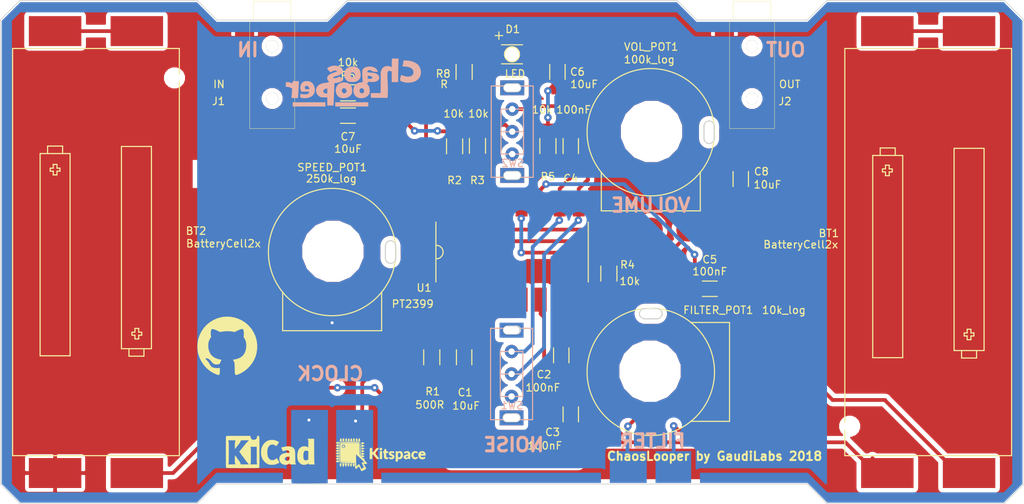
<source format=kicad_pcb>
(kicad_pcb (version 4) (host pcbnew 4.0.7-e2-6376~58~ubuntu16.04.1)
  (layers (0 F.Cu signal) (31 B.Cu signal) (34 B.Paste user) (35 F.Paste user) (36 B.SilkS user) (37 F.SilkS user) (38 B.Mask user) (39 F.Mask user) (44 Edge.Cuts user))
  (net 0 "")
  (net 1 GND)
  (net 2 "Net-(C6-Pad2)")
  (net 3 "Net-(C6-Pad1)")
  (net 4 "Net-(C7-Pad2)")
  (net 5 "Net-(C7-Pad1)")
  (net 6 "Net-(C8-Pad1)")
  (net 7 "Net-(C8-Pad2)")
  (net 8 "Net-(J1-Pad2)")
  (net 9 "Net-(J2-Pad2)")
  (net 10 "Net-(BT1-Pad2)")
  (net 11 "Net-(BT2-Pad2)")
  (net 12 "Net-(C5-Pad1)")
  (net 13 "Net-(R1-Pad1)")
  (net 14 "Net-(R4-Pad2)")
  (net 15 "Net-(C1-Pad1)")
  (net 16 "Net-(C2-Pad2)")
  (net 17 "Net-(C3-Pad2)")
  (net 18 "Net-(C4-Pad1)")
  (net 19 "Net-(C4-Pad2)")
  (net 20 "Net-(C5-Pad2)")
  (net 21 "Net-(R1-Pad2)")
  (net 22 "Net-(R2-Pad2)")
  (net 23 "Net-(R3-Pad2)")
  (net 24 "Net-(BT1-Pad1)")
  (net 25 VCC)
  (net 26 "Net-(D1-Pad2)")
  (net 27 "Net-(SW2-Pad3)")
  (net 28 "Net-(U1-Pad5)")
  (net 29 "Net-(SW1-Pad3)")
  (net 30 "Net-(FILTER_POT1-Pad2)")
  (net 31 "Net-(BT1-Pad3)")
  (module Capacitors_SMD:C_1206_HandSoldering (layer F.Cu) (at 133.604 114.046 270)
    (fp_text reference C1 (at 4.699 -0.127 360) (layer F.SilkS))
    (fp_text value 10uF (at 6.477 -0.254 360) (layer F.SilkS))
    (pad 2 smd rect (at 2 0 270) (size 2 1.6) (layers F.Cu F.Paste F.Mask) (net 1 GND))
    (pad 1 smd rect (at -2 0 270) (size 2 1.6) (layers F.Cu F.Paste F.Mask) (net 15 "Net-(C1-Pad1)"))
  )
  (module Capacitors_SMD:C_1206_HandSoldering (layer F.Cu) (at 146.558 113.792 90)
    (fp_text reference C2 (at -2.558 -2.308 180) (layer F.SilkS))
    (fp_text value 100nF (at -4.308 -2.458 180) (layer F.SilkS))
    (pad 1 smd rect (at -2 0 90) (size 2 1.6) (layers F.Cu F.Paste F.Mask) (net 1 GND))
    (pad 2 smd rect (at 2 0 90) (size 2 1.6) (layers F.Cu F.Paste F.Mask) (net 16 "Net-(C2-Pad2)"))
  )
  (module Capacitors_SMD:C_1206_HandSoldering (layer F.Cu) (at 147.828 121.666 90)
    (fp_text reference C3 (at -2.384 -2.428 180) (layer F.SilkS))
    (fp_text value 100nF (at -4.184 -3.478 180) (layer F.SilkS))
    (pad 1 smd rect (at -2 0 90) (size 2 1.6) (layers F.Cu F.Paste F.Mask) (net 1 GND))
    (pad 2 smd rect (at 2 0 90) (size 2 1.6) (layers F.Cu F.Paste F.Mask) (net 17 "Net-(C3-Pad2)"))
  )
  (module Capacitors_SMD:C_1206_HandSoldering (layer F.Cu) (at 147.828 85.852 270)
    (fp_text reference C4 (at 4.318 0 360) (layer F.SilkS))
    (fp_text value 100nF (at -4.852 -0.372 360) (layer F.SilkS))
    (pad 1 smd rect (at -2 0 270) (size 2 1.6) (layers F.Cu F.Paste F.Mask) (net 18 "Net-(C4-Pad1)"))
    (pad 2 smd rect (at 2 0 270) (size 2 1.6) (layers F.Cu F.Paste F.Mask) (net 19 "Net-(C4-Pad2)"))
  )
  (module Capacitors_SMD:C_1206_HandSoldering (layer F.Cu) (at 166.37 104.902 180)
    (fp_text reference C5 (at 0 3.902 180) (layer F.SilkS))
    (fp_text value 100nF (at 0 2.3 180) (layer F.SilkS))
    (pad 2 smd rect (at 2 0 180) (size 2 1.6) (layers F.Cu F.Paste F.Mask) (net 20 "Net-(C5-Pad2)"))
    (pad 1 smd rect (at -2 0 180) (size 2 1.6) (layers F.Cu F.Paste F.Mask) (net 12 "Net-(C5-Pad1)"))
  )
  (module Capacitors_SMD:C_1206_HandSoldering (layer F.Cu) (at 146.05 75.946 270)
    (fp_text reference C6 (at 0 -2.667 360) (layer F.SilkS))
    (fp_text value 10uF (at 1.651 -3.556 360) (layer F.SilkS))
    (pad 2 smd rect (at 2 0 270) (size 2 1.6) (layers F.Cu F.Paste F.Mask) (net 2 "Net-(C6-Pad2)"))
    (pad 1 smd rect (at -2 0 270) (size 2 1.6) (layers F.Cu F.Paste F.Mask) (net 3 "Net-(C6-Pad1)"))
  )
  (module Capacitors_SMD:C_1206_HandSoldering (layer F.Cu) (at 118.11 81.788)
    (fp_text reference C7 (at 0 2.794) (layer F.SilkS))
    (fp_text value 10uF (at 0 4.445) (layer F.SilkS))
    (pad 2 smd rect (at 2 0) (size 2 1.6) (layers F.Cu F.Paste F.Mask) (net 4 "Net-(C7-Pad2)"))
    (pad 1 smd rect (at -2 0) (size 2 1.6) (layers F.Cu F.Paste F.Mask) (net 5 "Net-(C7-Pad1)"))
  )
  (module Capacitors_SMD:C_1206_HandSoldering (layer F.Cu) (at 170.5 90.25 270)
    (fp_text reference C8 (at -1 -2.75 360) (layer F.SilkS))
    (fp_text value 10uF (at 0.75 -3.556 360) (layer F.SilkS))
    (pad 1 smd rect (at -2 0 270) (size 2 1.6) (layers F.Cu F.Paste F.Mask) (net 6 "Net-(C8-Pad1)"))
    (pad 2 smd rect (at 2 0 270) (size 2 1.6) (layers F.Cu F.Paste F.Mask) (net 7 "Net-(C8-Pad2)"))
  )
  (module Resistors_SMD:R_1206_HandSoldering (layer F.Cu) (at 129.286 114.046 270)
    (fp_text reference R1 (at 4.572 -0.127 360) (layer F.SilkS))
    (fp_text value 500R (at 6.35 0.254 360) (layer F.SilkS))
    (pad 2 smd rect (at 2 0 270) (size 2 1.7) (layers F.Cu F.Paste F.Mask) (net 21 "Net-(R1-Pad2)"))
    (pad 1 smd rect (at -2 0 270) (size 2 1.7) (layers F.Cu F.Paste F.Mask) (net 13 "Net-(R1-Pad1)"))
  )
  (module Resistors_SMD:R_1206_HandSoldering (layer F.Cu) (at 132.334 85.884 270)
    (fp_text reference R2 (at 4.54 0 360) (layer F.SilkS))
    (fp_text value 10k (at -4.35 0.127 360) (layer F.SilkS))
    (pad 2 smd rect (at 2 0 270) (size 2 1.7) (layers F.Cu F.Paste F.Mask) (net 22 "Net-(R2-Pad2)"))
    (pad 1 smd rect (at -2 0 270) (size 2 1.7) (layers F.Cu F.Paste F.Mask) (net 3 "Net-(C6-Pad1)"))
  )
  (module Resistors_SMD:R_1206_HandSoldering (layer F.Cu) (at 135.382 85.82 270)
    (fp_text reference R3 (at 4.604 0 360) (layer F.SilkS))
    (fp_text value 10k (at -4.286 -0.127 360) (layer F.SilkS))
    (pad 1 smd rect (at -2 0 270) (size 2 1.7) (layers F.Cu F.Paste F.Mask) (net 3 "Net-(C6-Pad1)"))
    (pad 2 smd rect (at 2 0 270) (size 2 1.7) (layers F.Cu F.Paste F.Mask) (net 23 "Net-(R3-Pad2)"))
  )
  (module Resistors_SMD:R_1206_HandSoldering (layer F.Cu) (at 152.908 102.87 90)
    (fp_text reference R4 (at 1.17 2.492 180) (layer F.SilkS))
    (fp_text value 10k (at -1.03 2.792 180) (layer F.SilkS))
    (pad 1 smd rect (at -2 0 90) (size 2 1.7) (layers F.Cu F.Paste F.Mask) (net 30 "Net-(FILTER_POT1-Pad2)"))
    (pad 2 smd rect (at 2 0 90) (size 2 1.7) (layers F.Cu F.Paste F.Mask) (net 14 "Net-(R4-Pad2)"))
  )
  (module Resistors_SMD:R_1206_HandSoldering (layer F.Cu) (at 144.78 85.852 270)
    (fp_text reference R5 (at 4.064 0 360) (layer F.SilkS))
    (fp_text value 10k (at -4.852 0.78 360) (layer F.SilkS))
    (pad 1 smd rect (at -2 0 270) (size 2 1.7) (layers F.Cu F.Paste F.Mask) (net 2 "Net-(C6-Pad2)"))
    (pad 2 smd rect (at 2 0 270) (size 2 1.7) (layers F.Cu F.Paste F.Mask) (net 30 "Net-(FILTER_POT1-Pad2)"))
  )
  (module Resistors_SMD:R_1206_HandSoldering (layer F.Cu) (at 118.11 78.74)
    (fp_text reference R6 (at 0 -2.3) (layer F.SilkS))
    (fp_text value 10k (at 0 -4.064) (layer F.SilkS))
    (pad 1 smd rect (at -2 0) (size 2 1.7) (layers F.Cu F.Paste F.Mask) (net 4 "Net-(C7-Pad2)"))
    (pad 2 smd rect (at 2 0) (size 2 1.7) (layers F.Cu F.Paste F.Mask) (net 3 "Net-(C6-Pad1)"))
  )
  (module Resistors_SMD:R_1206_HandSoldering (layer F.Cu) (at 133.604 75.946 270)
    (fp_text reference R8 (at 0.254 2.794 360) (layer F.SilkS))
    (fp_text value R (at 1.651 2.667 360) (layer F.SilkS))
    (pad 1 smd rect (at -2 0 270) (size 2 1.7) (layers F.Cu F.Paste F.Mask) (net 26 "Net-(D1-Pad2)"))
    (pad 2 smd rect (at 2 0 270) (size 2 1.7) (layers F.Cu F.Paste F.Mask) (net 25 VCC))
  )
  (module GaudiLabsFootPrints:PLUG3_5_SwitchCraft_2B (layer F.Cu) (at 108 69)
    (fp_text reference J1 (at -7.15 10.87) (layer F.SilkS))
    (fp_text value IN (at -7.09 8.597) (layer F.SilkS))
    (pad 3 smd rect (at -3.575 11.7) (size 2.75 2.9) (layers F.Cu F.Paste F.Mask) (net 5 "Net-(C7-Pad1)"))
    (pad 1 smd rect (at -3.675 2.4) (size 2.55 2.4) (layers F.Cu F.Paste F.Mask) (net 1 GND))
    (pad 2 smd rect (at 3.675 4.3) (size 2.55 2.4) (layers F.Cu F.Paste F.Mask) (net 8 "Net-(J1-Pad2)"))
    (pad "" thru_hole circle (at 0 3.5) (size 1.6 1.6) (drill 1.6) (layers *.Cu *.Mask F.SilkS))
    (pad "" thru_hole circle (at 0 10.5) (size 1.6 1.6) (drill 1.6) (layers *.Cu *.Mask F.SilkS))
  )
  (module GaudiLabsFootPrints:PLUG3_5_SwitchCraft_2B (layer F.Cu) (at 172 69)
    (fp_text reference J2 (at 4.403 10.883) (layer F.SilkS))
    (fp_text value OUT (at 5.038 8.597) (layer F.SilkS))
    (pad 3 smd rect (at -3.575 11.7) (size 2.75 2.9) (layers F.Cu F.Paste F.Mask) (net 6 "Net-(C8-Pad1)"))
    (pad 1 smd rect (at -3.675 2.4) (size 2.55 2.4) (layers F.Cu F.Paste F.Mask) (net 1 GND))
    (pad 2 smd rect (at 3.675 4.3) (size 2.55 2.4) (layers F.Cu F.Paste F.Mask) (net 9 "Net-(J2-Pad2)"))
    (pad "" thru_hole circle (at 0 3.5) (size 1.6 1.6) (drill 1.6) (layers *.Cu *.Mask F.SilkS))
    (pad "" thru_hole circle (at 0 10.5) (size 1.6 1.6) (drill 1.6) (layers *.Cu *.Mask F.SilkS))
  )
  (module GaudiLabsFootPrints:DIL16_SMD (layer F.Cu) (at 140 100)
    (fp_text reference U1 (at -11.73 4.775) (layer F.SilkS))
    (fp_text value PT2399 (at -13.254 6.934) (layer F.SilkS))
    (pad 16 smd rect (at -8.89 -6.35) (size 1.6 3.2) (layers F.Cu F.Paste F.Mask) (net 22 "Net-(R2-Pad2)"))
    (pad 15 smd rect (at -6.35 -6.35) (size 1.6 3.2) (layers F.Cu F.Paste F.Mask) (net 23 "Net-(R3-Pad2)"))
    (pad 14 smd rect (at -3.81 -6.35) (size 1.6 3.2) (layers F.Cu F.Paste F.Mask) (net 7 "Net-(C8-Pad2)"))
    (pad 13 smd rect (at -1.27 -6.35) (size 1.6 3.2) (layers F.Cu F.Paste F.Mask) (net 14 "Net-(R4-Pad2)"))
    (pad 12 smd rect (at 1.27 -6.35) (size 1.6 3.2) (layers F.Cu F.Paste F.Mask) (net 30 "Net-(FILTER_POT1-Pad2)"))
    (pad 11 smd rect (at 3.81 -6.35) (size 1.6 3.2) (layers F.Cu F.Paste F.Mask) (net 20 "Net-(C5-Pad2)"))
    (pad 10 smd rect (at 6.35 -6.35) (size 1.6 3.2) (layers F.Cu F.Paste F.Mask) (net 19 "Net-(C4-Pad2)"))
    (pad 9 smd rect (at 8.89 -6.35) (size 1.6 3.2) (layers F.Cu F.Paste F.Mask) (net 18 "Net-(C4-Pad1)"))
    (pad 8 smd rect (at 8.89 6.35) (size 1.6 3.2) (layers F.Cu F.Paste F.Mask) (net 17 "Net-(C3-Pad2)"))
    (pad 7 smd rect (at 6.35 6.35) (size 1.6 3.2) (layers F.Cu F.Paste F.Mask) (net 16 "Net-(C2-Pad2)"))
    (pad 6 smd rect (at 3.81 6.35) (size 1.6 3.2) (layers F.Cu F.Paste F.Mask) (net 21 "Net-(R1-Pad2)"))
    (pad 5 smd rect (at 1.27 6.35) (size 1.6 3.2) (layers F.Cu F.Paste F.Mask) (net 28 "Net-(U1-Pad5)"))
    (pad 4 smd rect (at -1.27 6.35) (size 1.6 3.2) (layers F.Cu F.Paste F.Mask) (net 1 GND))
    (pad 3 smd rect (at -3.81 6.35) (size 1.6 3.2) (layers F.Cu F.Paste F.Mask) (net 1 GND))
    (pad 1 smd rect (at -8.89 6.35) (size 1.6 3.2) (layers F.Cu F.Paste F.Mask) (net 25 VCC))
    (pad 2 smd rect (at -6.35 6.35) (size 1.6 3.2) (layers F.Cu F.Paste F.Mask) (net 15 "Net-(C1-Pad1)"))
  )
  (module GaudiLabsLogos:ChaosFront (layer B.Cu) (at 140.081 99.949 180)
    (fp_text reference G*** hide)
    (fp_text value LOGO hide)
  )
  (module GaudiLabsLogos:ChaosLogo (layer B.Cu) (at 118.999 77.47 180)
    (fp_text reference G*** hide)
    (fp_text value LOGO hide)
  )
  (module GaudiLabsFootPrints:TOPLED_R (layer F.Cu) (at 139.99 73.6 90)
    (fp_text reference D1 (at 3.35 0.1 180) (layer F.SilkS))
    (fp_text value LED (at -2.6 0.4 180) (layer F.SilkS))
    (pad 2 smd rect (at 0 -2.8 90) (size 2.6 2) (layers F.Cu F.Paste F.Mask) (net 26 "Net-(D1-Pad2)"))
    (pad 1 smd rect (at 0 2.8 90) (size 2.6 2) (layers F.Cu F.Paste F.Mask) (net 1 GND))
  )
  (module GaudiLabsFootPrints:SWITCH_SLIDE (layer B.Cu) (at 140.02 83.92 270)
    (fp_text reference SW2 (at 4.218 -0.061 360) (layer B.SilkS) (effects (justify mirror)))
    (fp_text value Switch)
    (pad "" thru_hole rect (at -5.85 0 180) (size 3.2 2) (drill oval 2.2 1) (layers *.Cu *.Mask))
    (pad "" thru_hole rect (at 5.85 0 180) (size 3.2 2) (drill oval 2.2 1) (layers *.Cu *.Mask))
    (pad 3 thru_hole circle (at 3 0 180) (size 1.8 1.8) (drill 0.85) (layers *.Cu *.Mask) (net 27 "Net-(SW2-Pad3)"))
    (pad 1 thru_hole circle (at -3 0 270) (size 1.8 1.8) (drill 0.85) (layers *.Cu *.Mask) (net 31 "Net-(BT1-Pad3)"))
    (pad 2 thru_hole circle (at 0 0 270) (size 1.8 1.8) (drill 0.85) (layers *.Cu *.Mask) (net 25 VCC))
  )
  (module GaudiLabsFootPrints:SWITCH_SLIDE (layer B.Cu) (at 139.93 116.28 270)
    (fp_text reference SW1 (at 4.218 -0.061 360) (layer B.SilkS) (effects (justify mirror)))
    (fp_text value Switch)
    (pad "" thru_hole rect (at -5.85 0 180) (size 3.2 2) (drill oval 2.2 1) (layers *.Cu *.Mask))
    (pad "" thru_hole rect (at 5.85 0 180) (size 3.2 2) (drill oval 2.2 1) (layers *.Cu *.Mask))
    (pad 3 thru_hole circle (at 3 0 180) (size 1.8 1.8) (drill 0.85) (layers *.Cu *.Mask) (net 29 "Net-(SW1-Pad3)"))
    (pad 1 thru_hole circle (at -3 0 270) (size 1.8 1.8) (drill 0.85) (layers *.Cu *.Mask) (net 19 "Net-(C4-Pad2)"))
    (pad 2 thru_hole circle (at 0 0 270) (size 1.8 1.8) (drill 0.85) (layers *.Cu *.Mask) (net 18 "Net-(C4-Pad1)"))
  )
  (module GaudiLabsLogos:ChaosFrame2 (layer F.Cu) (at 140 100)
    (fp_text reference G*** hide)
    (fp_text value LOGO hide)
    (fp_poly (pts (xy -40.724667 -32.046333) (xy -39.414382 -30.734) (xy -24.593618 -30.734) (xy -23.283333 -32.046333) (xy -21.973049 -33.358667) (xy 21.973049 -33.358667) (xy 23.283334 -32.046333) (xy 24.593618 -30.734) (xy 39.414382 -30.734) (xy 40.724667 -32.046334) (xy 42.034951 -33.358667) (xy 65.576451 -33.358667) (xy 66.824225 -32.108808) (xy 68.072 -30.85895) (xy 68.072 30.943616) (xy 66.824225 32.193475) (xy 65.576451 33.443333) (xy 42.034951 33.443333) (xy 40.724667 32.131) (xy 39.414382 30.818667) (xy 25.061334 30.818667) (xy 25.061334 29.464) (xy 39.414382 29.464) (xy 40.724667 30.776333) (xy 42.034951 32.088666) (xy 53.806913 32.088667) (xy 65.578875 32.088667) (xy 66.148104 31.515042) (xy 66.717334 30.941417) (xy 66.717334 -30.865542) (xy 65.570084 -32.004) (xy 42.034951 -32.004) (xy 40.724667 -30.691667) (xy 39.414382 -29.379333) (xy 24.593618 -29.379333) (xy 23.283334 -30.691667) (xy 21.973049 -32.004) (xy -21.874384 -32.004) (xy -23.196011 -30.691667) (xy -24.517639 -29.379333) (xy -39.414382 -29.379333) (xy -40.724667 -30.691667) (xy -42.034951 -32.004) (xy -65.578875 -32.004) (xy -66.148104 -31.430375) (xy -66.717333 -30.856751) (xy -66.717333 30.950208) (xy -66.143708 31.519437) (xy -65.570084 32.088667) (xy -42.034951 32.088667) (xy -40.724666 30.776333) (xy -39.414382 29.464) (xy -30.564666 29.464) (xy -30.564666 30.818667) (xy -39.414382 30.818667) (xy -40.724666 32.131) (xy -42.034951 33.443333) (xy -65.57645 33.443333) (xy -66.824225 32.193475) (xy -68.072 30.943616) (xy -68.072 -30.863117) (xy -66.822141 -32.110892) (xy -65.572283 -33.358667) (xy -42.034951 -33.358667) (xy -40.724667 -32.046333)) (layer B.Cu) (width 0.01))
    (fp_poly (pts (xy -24.595666 30.861) (xy -26.972096 30.883459) (xy -27.590253 30.887302) (xy -28.152626 30.886971) (xy -28.637124 30.882787) (xy -29.021658 30.87507) (xy -29.284135 30.864141) (xy -29.402467 30.850319) (xy -29.406263 30.848181) (xy -29.416852 30.755207) (xy -29.426813 30.508108) (xy -29.435967 30.122093) (xy -29.444137 29.612371) (xy -29.451143 28.99415) (xy -29.456806 28.282639) (xy -29.460948 27.493045) (xy -29.46339 26.640577) (xy -29.464 25.936222) (xy -29.464 21.082) (xy -24.551958 21.082) (xy -24.595666 30.861)) (layer B.Cu) (width 0.01))
    (fp_poly (pts (xy -18.542 30.818667) (xy -23.452666 30.818667) (xy -23.452666 21.082) (xy -18.542 21.082) (xy -18.542 30.818667)) (layer B.Cu) (width 0.01))
    (fp_poly (pts (xy 11.853334 30.818667) (xy -17.441333 30.818667) (xy -17.441333 29.464) (xy 11.853334 29.464) (xy 11.853334 30.818667)) (layer B.Cu) (width 0.01))
    (fp_poly (pts (xy 17.949334 30.818667) (xy 13.038667 30.818667) (xy 13.038667 26.585333) (xy 17.949334 26.585333) (xy 17.949334 30.818667)) (layer B.Cu) (width 0.01))
    (fp_poly (pts (xy 23.876 30.818667) (xy 19.134667 30.818667) (xy 19.134667 26.585333) (xy 23.876 26.585333) (xy 23.876 30.818667)) (layer B.Cu) (width 0.01))
  )
  (module GaudiLabsLogos:ChaosFrameM2 (layer F.Cu) (at 140 100)
    (fp_text reference G*** hide)
    (fp_text value LOGO hide)
  )
  (module GaudiLabsFootPrints:POTI_PCB (layer B.Cu) (at 158.5 116 270)
    (fp_text reference FILTER_POT1 (at -8.25 -9 360) (layer F.SilkS))
    (fp_text value 10k_log (at -8.25 -17.75 360) (layer F.SilkS))
    (pad 1 smd circle (at -5 -13 270) (size 3.2 3.2) (layers F.Cu F.Paste F.Mask) (net 12 "Net-(C5-Pad1)"))
    (pad 3 smd circle (at 5 -13 270) (size 3.2 3.2) (layers F.Cu F.Paste F.Mask) (net 30 "Net-(FILTER_POT1-Pad2)"))
    (pad 2 smd circle (at 0 -13 270) (size 3.2 3.2) (layers F.Cu F.Paste F.Mask) (net 30 "Net-(FILTER_POT1-Pad2)"))
    (pad "" np_thru_hole circle (at -0.1 0.1 270) (size 7 7) (drill 7) (layers *.Cu *.Mask))
  )
  (module GaudiLabsFootPrints:POTI_PCB (layer B.Cu) (at 116 100 180)
    (fp_text reference SPEED_POT1 (at 0 11.3 180) (layer F.SilkS))
    (fp_text value 250k_log (at 0.1 9.8 180) (layer F.SilkS))
    (pad 1 smd circle (at -5 -13 180) (size 3.2 3.2) (layers F.Cu F.Paste F.Mask) (net 13 "Net-(R1-Pad1)"))
    (pad 3 smd circle (at 5 -13 180) (size 3.2 3.2) (layers F.Cu F.Paste F.Mask) (net 1 GND))
    (pad 2 smd circle (at 0 -13 180) (size 3.2 3.2) (layers F.Cu F.Paste F.Mask) (net 1 GND))
    (pad "" np_thru_hole circle (at -0.1 0.1 180) (size 7 7) (drill 7) (layers *.Cu *.Mask))
  )
  (module GaudiLabsFootPrints:POTI_PCB (layer B.Cu) (at 158.5 84 180)
    (fp_text reference VOL_POT1 (at -0.05 11.4 180) (layer F.SilkS))
    (fp_text value 100k_log (at 0.2 9.7 180) (layer F.SilkS))
    (pad 1 smd circle (at -5 -13 180) (size 3.2 3.2) (layers F.Cu F.Paste F.Mask) (net 7 "Net-(C8-Pad2)"))
    (pad 3 smd circle (at 5 -13 180) (size 3.2 3.2) (layers F.Cu F.Paste F.Mask) (net 14 "Net-(R4-Pad2)"))
    (pad 2 smd circle (at 0 -13 180) (size 3.2 3.2) (layers F.Cu F.Paste F.Mask) (net 14 "Net-(R4-Pad2)"))
    (pad "" np_thru_hole circle (at -0.1 0.1 180) (size 7 7) (drill 7) (layers *.Cu *.Mask))
  )
  (module GaudiLabsFootPrints:BAT_HOLDER_AAA_DOUBLE (layer F.Cu) (at 195.5 100 90)
    (fp_text reference BT1 (at 2.5 -13.25 180) (layer F.SilkS))
    (fp_text value BatteryCell2x (at 1 -17 180) (layer F.SilkS))
    (pad 2 smd rect (at -29.5 -5.45 90) (size 4 7) (layers F.Cu F.Paste F.Mask) (net 10 "Net-(BT1-Pad2)"))
    (pad 1 smd rect (at 29.5 -5.45 90) (size 4 7) (layers F.Cu F.Paste F.Mask) (net 24 "Net-(BT1-Pad1)"))
    (pad 3 smd rect (at -29.5 5.45 90) (size 4 7) (layers F.Cu F.Paste F.Mask) (net 31 "Net-(BT1-Pad3)"))
    (pad 4 smd rect (at 29.5 5.45 90) (size 4 7) (layers F.Cu F.Paste F.Mask) (net 24 "Net-(BT1-Pad1)"))
    (pad "" np_thru_hole circle (at -23.25 -10.475 90) (size 1.6 1.6) (drill 1.6) (layers *.Cu *.Mask))
  )
  (module GaudiLabsFootPrints:BAT_HOLDER_AAA_DOUBLE (layer F.Cu) (at 84.5 100 270)
    (fp_text reference BT2 (at -2.82 -13.35 360) (layer F.SilkS))
    (fp_text value BatteryCell2x (at -1.13 -17 360) (layer F.SilkS))
    (pad 2 smd rect (at -29.5 -5.45 270) (size 4 7) (layers F.Cu F.Paste F.Mask) (net 11 "Net-(BT2-Pad2)"))
    (pad 1 smd rect (at 29.5 -5.45 270) (size 4 7) (layers F.Cu F.Paste F.Mask) (net 10 "Net-(BT1-Pad2)"))
    (pad 3 smd rect (at -29.5 5.45 270) (size 4 7) (layers F.Cu F.Paste F.Mask) (net 11 "Net-(BT2-Pad2)"))
    (pad 4 smd rect (at 29.5 5.45 270) (size 4 7) (layers F.Cu F.Paste F.Mask) (net 1 GND))
    (pad "" np_thru_hole circle (at -23.25 -10.475 270) (size 1.6 1.6) (drill 1.6) (layers *.Cu *.Mask))
  )
  (module GaudiLabsLogos:Kitspace2 (layer F.Cu) (at 123.25 127)
    (fp_text reference G*** hide)
    (fp_text value LOGO hide)
  )
  (module GaudiLabsLogos:GitHubCat (layer F.Cu) (at 102 112.5)
    (fp_text reference G*** hide)
    (fp_text value LOGO hide)
  )
  (module Symbols:Symbol_KiCAD-Logo_CopperAndSilkScreenTop (layer F.Cu) (at 107.75 126.5)
    (fp_text reference REF** hide)
    (fp_text value "KiCAD Logo" hide)
  )
  (gr_text NOISE (at 140.22 125.73) (layer B.SilkS) (effects (font (size 1.8 1.8) (thickness 0.4)) (justify mirror)))
  (gr_text gaudi.ch (at 102.75 89.5) (layer F.Cu) (effects (font (size 1.5 1.5) (thickness 0.3))))
  (gr_text CLOCK (at 115.75 116.25) (layer B.SilkS) (effects (font (size 1.8 1.8) (thickness 0.4)) (justify mirror)))
  (gr_text FILTER (at 158.75 125.25) (layer B.SilkS) (effects (font (size 1.8 1.8) (thickness 0.4)) (justify mirror)))
  (gr_text VOLUME (at 158.5 93.75) (layer B.SilkS) (effects (font (size 1.8 1.8) (thickness 0.4)) (justify mirror)))
  (gr_text IN (at 104.75 73) (layer B.SilkS) (effects (font (size 1.8 1.8) (thickness 0.4)) (justify mirror)))
  (gr_text OUT (at 176.5 73) (layer B.SilkS) (effects (font (size 1.8 1.8) (thickness 0.4)) (justify mirror)))
  (gr_arc (start 140.63472 78.05928) (end 140.59916 77.52588) (angle 186.9689177) (layer Edge.Cuts) (width 0.15))
  (gr_arc (start 139.4206 78.06944) (end 139.43584 78.60284) (angle 184.4521337) (layer Edge.Cuts) (width 0.15))
  (gr_line (start 139.45616 77.53604) (end 140.6144 77.52588) (layer Edge.Cuts) (width 0.15))
  (gr_line (start 140.59916 78.59776) (end 139.40028 78.60792) (layer Edge.Cuts) (width 0.15))
  (gr_line (start 140.59916 90.30716) (end 139.40028 90.31732) (layer Edge.Cuts) (width 0.15))
  (gr_line (start 139.45616 89.24544) (end 140.6144 89.23528) (layer Edge.Cuts) (width 0.15))
  (gr_arc (start 139.4206 89.77884) (end 139.43584 90.31224) (angle 184.4521337) (layer Edge.Cuts) (width 0.15))
  (gr_arc (start 140.63472 89.76868) (end 140.59916 89.23528) (angle 186.9689177) (layer Edge.Cuts) (width 0.15))
  (gr_arc (start 140.53312 122.10796) (end 140.49756 121.57456) (angle 186.9689177) (layer Edge.Cuts) (width 0.15))
  (gr_arc (start 139.319 122.11812) (end 139.33424 122.65152) (angle 184.4521337) (layer Edge.Cuts) (width 0.15))
  (gr_line (start 139.35456 121.58472) (end 140.5128 121.57456) (layer Edge.Cuts) (width 0.15))
  (gr_line (start 140.49756 122.64644) (end 139.29868 122.6566) (layer Edge.Cuts) (width 0.15))
  (gr_line (start 140.56868 110.94212) (end 139.3698 110.95228) (layer Edge.Cuts) (width 0.15))
  (gr_line (start 139.42568 109.8804) (end 140.58392 109.87024) (layer Edge.Cuts) (width 0.15))
  (gr_arc (start 139.39012 110.4138) (end 139.40536 110.9472) (angle 184.4521337) (layer Edge.Cuts) (width 0.15))
  (gr_arc (start 140.60424 110.40364) (end 140.56868 109.87024) (angle 186.9689177) (layer Edge.Cuts) (width 0.15))
  (gr_line (start 157.65526 107.56138) (end 159.33166 107.54106) (layer Edge.Cuts) (width 0.15))
  (gr_line (start 157.65526 108.91774) (end 159.33166 108.91774) (layer Edge.Cuts) (width 0.15))
  (gr_arc (start 159.327596 108.227115) (end 159.332676 107.546395) (angle 177.9474511) (layer Edge.Cuts) (width 0.15))
  (gr_arc (start 157.66542 108.23702) (end 157.66542 108.91266) (angle 177.9249736) (layer Edge.Cuts) (width 0.15))
  (gr_arc (start 123.78436 99.17176) (end 123.10872 99.17176) (angle 177.9249736) (layer Edge.Cuts) (width 0.15))
  (gr_arc (start 123.794265 100.833936) (end 124.474985 100.839016) (angle 177.9474511) (layer Edge.Cuts) (width 0.15))
  (gr_line (start 123.10364 99.1616) (end 123.10364 100.838) (layer Edge.Cuts) (width 0.15))
  (gr_line (start 124.46 99.1616) (end 124.48032 100.838) (layer Edge.Cuts) (width 0.15))
  (gr_line (start 166.95 83.165696) (end 166.961 84.842096) (layer Edge.Cuts) (width 0.15))
  (gr_line (start 165.599163 83.17484) (end 165.599163 84.85124) (layer Edge.Cuts) (width 0.15))
  (gr_arc (start 166.280465 84.830696) (end 166.961185 84.835776) (angle 177.9474511) (layer Edge.Cuts) (width 0.15))
  (gr_arc (start 166.274803 83.17484) (end 165.599163 83.17484) (angle 177.9249736) (layer Edge.Cuts) (width 0.15))
  (gr_text "ChaosLooper by GaudiLabs 2018" (at 167 127.25) (layer F.SilkS) (effects (font (size 1.15 1.15) (thickness 0.25))))
  (gr_line (start 98.001095 133.59819) (end 100.626091 130.97318) (layer Edge.Cuts) (width 0.1))
  (gr_line (start 74.376094 133.59819) (end 98.001095 133.59819) (layer Edge.Cuts) (width 0.1))
  (gr_line (start 71.751095 130.97318) (end 74.376094 133.59819) (layer Edge.Cuts) (width 0.1))
  (gr_line (start 71.751095 69.023183) (end 71.751095 130.97318) (layer Edge.Cuts) (width 0.1))
  (gr_line (start 74.376094 66.398184) (end 71.751095 69.023183) (layer Edge.Cuts) (width 0.1))
  (gr_line (start 98.001095 66.398184) (end 74.376094 66.398184) (layer Edge.Cuts) (width 0.1))
  (gr_line (start 100.626094 69.023183) (end 98.001095 66.398184) (layer Edge.Cuts) (width 0.1))
  (gr_line (start 115.37391 69.023183) (end 100.626094 69.023183) (layer Edge.Cuts) (width 0.1))
  (gr_line (start 118.026094 66.398184) (end 115.37391 69.023183) (layer Edge.Cuts) (width 0.1))
  (gr_line (start 162.00109 66.398184) (end 118.026094 66.398184) (layer Edge.Cuts) (width 0.1))
  (gr_line (start 164.62609 69.023183) (end 162.00109 66.398184) (layer Edge.Cuts) (width 0.1))
  (gr_line (start 179.3761 69.023183) (end 164.62609 69.023183) (layer Edge.Cuts) (width 0.1))
  (gr_line (start 182.00109 66.398184) (end 179.3761 69.023183) (layer Edge.Cuts) (width 0.1))
  (gr_line (start 205.62609 66.398184) (end 182.00109 66.398184) (layer Edge.Cuts) (width 0.1))
  (gr_line (start 208.25109 69.023183) (end 205.62609 66.398184) (layer Edge.Cuts) (width 0.1))
  (gr_line (start 208.2511 130.97318) (end 208.25109 69.023183) (layer Edge.Cuts) (width 0.1))
  (gr_line (start 205.6261 133.59819) (end 208.2511 130.97318) (layer Edge.Cuts) (width 0.1))
  (gr_line (start 182.0011 133.59819) (end 205.6261 133.59819) (layer Edge.Cuts) (width 0.1))
  (gr_line (start 179.3761 130.97318) (end 182.0011 133.59819) (layer Edge.Cuts) (width 0.1))
  (gr_line (start 100.626091 130.97318) (end 179.3761 130.97318) (layer Edge.Cuts) (width 0.1))
  (segment (start 112.903 122.428) (end 112.903 122.682) (width 0.5) (layer F.Cu) (net 1))
  (segment (start 112.903 120.904) (end 112.903 122.428) (width 0.5) (layer F.Cu) (net 1))
  (via (at 112.903 122.428) (size 1) (drill 0.4) (layers F.Cu B.Cu) (net 1))
  (segment (start 114.046 119.761) (end 112.903 120.904) (width 0.5) (layer F.Cu) (net 1))
  (segment (start 117.348 119.761) (end 114.046 119.761) (width 0.5) (layer F.Cu) (net 1))
  (segment (start 118.364 118.745) (end 117.348 119.761) (width 0.5) (layer F.Cu) (net 1))
  (segment (start 118.364 115.364) (end 118.364 118.745) (width 0.5) (layer F.Cu) (net 1))
  (segment (start 116 113) (end 118.364 115.364) (width 0.5) (layer F.Cu) (net 1))
  (segment (start 116 113) (end 116 109.44) (width 0.5) (layer F.Cu) (net 1))
  (via (at 116 109.44) (size 1) (drill 0.4) (layers F.Cu B.Cu) (net 1))
  (segment (start 144.78 83.852) (end 144.78 82.042) (width 0.5) (layer F.Cu) (net 2))
  (segment (start 144.78 78.486) (end 145.32 77.946) (width 0.5) (layer F.Cu) (net 2))
  (via (at 144.78 78.486) (size 1) (drill 0.4) (layers F.Cu B.Cu) (net 2))
  (segment (start 144.78 82.042) (end 144.78 78.486) (width 0.5) (layer B.Cu) (net 2))
  (via (at 144.78 82.042) (size 1) (drill 0.4) (layers F.Cu B.Cu) (net 2))
  (segment (start 145.32 77.946) (end 146.05 77.946) (width 0.5) (layer F.Cu) (net 2))
  (segment (start 132.334 83.884) (end 130.112 83.884) (width 0.5) (layer F.Cu) (net 3))
  (segment (start 125.84 82.66) (end 125.84 78.74) (width 0.5) (layer F.Cu) (net 3))
  (segment (start 127 83.82) (end 125.84 82.66) (width 0.5) (layer F.Cu) (net 3))
  (via (at 127 83.82) (size 1) (drill 0.4) (layers F.Cu B.Cu) (net 3))
  (segment (start 130.048 83.82) (end 127 83.82) (width 0.5) (layer B.Cu) (net 3))
  (via (at 130.048 83.82) (size 1) (drill 0.4) (layers F.Cu B.Cu) (net 3))
  (segment (start 130.112 83.884) (end 130.048 83.82) (width 0.5) (layer F.Cu) (net 3))
  (segment (start 130.556 71.374) (end 125.84 76.09) (width 0.5) (layer F.Cu) (net 3))
  (segment (start 146.05 73.946) (end 146.05 71.882) (width 0.5) (layer F.Cu) (net 3))
  (segment (start 146.05 71.882) (end 145.542 71.374) (width 0.5) (layer F.Cu) (net 3))
  (segment (start 145.542 71.374) (end 130.556 71.374) (width 0.5) (layer F.Cu) (net 3))
  (segment (start 125.84 76.09) (end 125.84 78.74) (width 0.5) (layer F.Cu) (net 3))
  (segment (start 125.84 78.74) (end 120.11 78.74) (width 0.5) (layer F.Cu) (net 3))
  (segment (start 135.382 83.82) (end 132.398 83.82) (width 0.5) (layer F.Cu) (net 3))
  (segment (start 132.398 83.82) (end 132.334 83.884) (width 0.5) (layer F.Cu) (net 3))
  (segment (start 116.11 78.74) (end 116.862 78.74) (width 0.5) (layer F.Cu) (net 4))
  (segment (start 116.862 78.74) (end 119.91 81.788) (width 0.5) (layer F.Cu) (net 4))
  (segment (start 119.91 81.788) (end 120.11 81.788) (width 0.5) (layer F.Cu) (net 4))
  (segment (start 116.11 81.788) (end 116.11 83.088) (width 0.5) (layer F.Cu) (net 5))
  (segment (start 113.6 85.598) (end 106.172 85.598) (width 0.5) (layer F.Cu) (net 5))
  (segment (start 116.11 83.088) (end 113.6 85.598) (width 0.5) (layer F.Cu) (net 5))
  (segment (start 106.172 85.598) (end 104.425 83.851) (width 0.5) (layer F.Cu) (net 5))
  (segment (start 104.425 83.851) (end 104.425 80.7) (width 0.5) (layer F.Cu) (net 5))
  (segment (start 168.425 82.925) (end 170.5 85) (width 0.5) (layer F.Cu) (net 6))
  (segment (start 170.5 85) (end 170.5 88.25) (width 0.5) (layer F.Cu) (net 6))
  (segment (start 168.425 80.7) (end 168.425 82.925) (width 0.5) (layer F.Cu) (net 6))
  (segment (start 170.5 92.25) (end 170.5 93.75) (width 0.5) (layer F.Cu) (net 7))
  (segment (start 170.5 93.75) (end 167.25 97) (width 0.5) (layer F.Cu) (net 7))
  (segment (start 167.25 97) (end 165.762741 97) (width 0.5) (layer F.Cu) (net 7))
  (segment (start 165.834 97) (end 165.762741 97) (width 0.5) (layer F.Cu) (net 7))
  (segment (start 165.762741 97) (end 163.5 97) (width 0.5) (layer F.Cu) (net 7))
  (segment (start 136.19 96.566) (end 136.19 93.65) (width 0.5) (layer F.Cu) (net 7))
  (segment (start 138.176 98.552) (end 136.19 96.566) (width 0.5) (layer F.Cu) (net 7))
  (segment (start 147.574 98.552) (end 138.176 98.552) (width 0.5) (layer F.Cu) (net 7))
  (segment (start 151.892 102.87) (end 147.574 98.552) (width 0.5) (layer F.Cu) (net 7))
  (segment (start 158.242 102.87) (end 151.892 102.87) (width 0.5) (layer F.Cu) (net 7))
  (segment (start 163.5 97.612) (end 158.242 102.87) (width 0.5) (layer F.Cu) (net 7))
  (segment (start 163.5 97) (end 163.5 97.612) (width 0.5) (layer F.Cu) (net 7))
  (segment (start 184.45 125.4) (end 188.55 129.5) (width 0.5) (layer F.Cu) (net 10))
  (segment (start 188.55 129.5) (end 190.05 129.5) (width 0.5) (layer F.Cu) (net 10))
  (segment (start 116.713 118.11) (end 106.18 118.11) (width 0.5) (layer F.Cu) (net 10))
  (segment (start 106.18 118.11) (end 96.782 127.508) (width 0.5) (layer F.Cu) (net 10))
  (segment (start 96.782 127.508) (end 96.774 127.508) (width 0.5) (layer F.Cu) (net 10))
  (segment (start 94.782 129.5) (end 89.95 129.5) (width 0.5) (layer F.Cu) (net 10))
  (segment (start 96.774 127.508) (end 94.782 129.5) (width 0.5) (layer F.Cu) (net 10))
  (segment (start 121.666 118.11) (end 116.713 118.11) (width 0.5) (layer B.Cu) (net 10))
  (via (at 116.713 118.11) (size 1) (drill 0.4) (layers F.Cu B.Cu) (net 10))
  (via (at 121.666 118.11) (size 1) (drill 0.4) (layers F.Cu B.Cu) (net 10))
  (segment (start 122.55 119.03) (end 122.55 118.994) (width 0.5) (layer F.Cu) (net 10))
  (segment (start 122.55 118.994) (end 121.666 118.11) (width 0.5) (layer F.Cu) (net 10))
  (segment (start 148.85 128.28) (end 151.73 125.4) (width 0.5) (layer F.Cu) (net 10))
  (segment (start 122.55 119.03) (end 131.8 128.28) (width 0.5) (layer F.Cu) (net 10))
  (segment (start 151.73 125.4) (end 184.45 125.4) (width 0.5) (layer F.Cu) (net 10))
  (segment (start 131.8 128.28) (end 148.85 128.28) (width 0.5) (layer F.Cu) (net 10))
  (segment (start 188.058 127.508) (end 190.05 129.5) (width 0.5) (layer F.Cu) (net 10))
  (segment (start 79.05 70.5) (end 89.95 70.5) (width 0.5) (layer F.Cu) (net 11))
  (segment (start 161.55 123.2) (end 161.55 127.1) (width 0.5) (layer B.Cu) (net 12))
  (segment (start 161.55 127.1) (end 161.4 127.25) (width 0.5) (layer B.Cu) (net 12))
  (segment (start 171.5 111) (end 172.85 111) (width 0.5) (layer F.Cu) (net 12))
  (segment (start 172.85 111) (end 174.5 112.65) (width 0.5) (layer F.Cu) (net 12))
  (segment (start 161.55 123.2) (end 161.45 123.3) (width 0.5) (layer B.Cu) (net 12))
  (via (at 161.55 123.2) (size 1) (drill 0.4) (layers F.Cu B.Cu) (net 12))
  (segment (start 162.15 123.75) (end 161.55 123.2) (width 0.5) (layer F.Cu) (net 12))
  (segment (start 173.4 123.75) (end 162.15 123.75) (width 0.5) (layer F.Cu) (net 12))
  (segment (start 174.5 122.65) (end 173.4 123.75) (width 0.5) (layer F.Cu) (net 12))
  (segment (start 174.5 112.65) (end 174.5 122.65) (width 0.5) (layer F.Cu) (net 12))
  (segment (start 168.37 104.902) (end 168.37 107.87) (width 0.5) (layer F.Cu) (net 12))
  (segment (start 168.37 107.87) (end 171.5 111) (width 0.5) (layer F.Cu) (net 12))
  (segment (start 171.5 111) (end 171.5 109.556) (width 0.5) (layer F.Cu) (net 12))
  (segment (start 120.015 121.793) (end 119.888 121.793) (width 0.5) (layer F.Cu) (net 13))
  (segment (start 119.888 121.793) (end 119.126 122.555) (width 0.5) (layer F.Cu) (net 13))
  (via (at 119.126 122.555) (size 1) (drill 0.4) (layers F.Cu B.Cu) (net 13))
  (segment (start 120.015 117.475) (end 120.015 121.793) (width 0.5) (layer F.Cu) (net 13))
  (segment (start 121 116.49) (end 120.015 117.475) (width 0.5) (layer F.Cu) (net 13))
  (segment (start 121 115.262741) (end 121 116.49) (width 0.5) (layer F.Cu) (net 13))
  (segment (start 121 113) (end 121 115.262741) (width 0.5) (layer F.Cu) (net 13))
  (segment (start 121 113) (end 124.49 113) (width 0.5) (layer F.Cu) (net 13))
  (segment (start 125.444 112.046) (end 129.286 112.046) (width 0.5) (layer F.Cu) (net 13))
  (segment (start 124.49 113) (end 125.444 112.046) (width 0.5) (layer F.Cu) (net 13))
  (segment (start 153.5 97) (end 140.18 97) (width 0.5) (layer F.Cu) (net 14))
  (segment (start 138.73 95.55) (end 138.73 93.65) (width 0.5) (layer F.Cu) (net 14))
  (segment (start 140.18 97) (end 138.73 95.55) (width 0.5) (layer F.Cu) (net 14))
  (segment (start 158.5 97) (end 153.5 97) (width 0.5) (layer F.Cu) (net 14))
  (segment (start 153.5 97) (end 152.908 97.592) (width 0.5) (layer F.Cu) (net 14))
  (segment (start 152.908 97.592) (end 152.908 100.87) (width 0.5) (layer F.Cu) (net 14))
  (segment (start 133.65 106.35) (end 133.65 112) (width 0.5) (layer F.Cu) (net 15))
  (segment (start 133.65 112) (end 133.604 112.046) (width 0.5) (layer F.Cu) (net 15))
  (segment (start 146.35 106.35) (end 146.35 111.584) (width 0.5) (layer F.Cu) (net 16))
  (segment (start 146.35 111.584) (end 146.558 111.792) (width 0.5) (layer F.Cu) (net 16))
  (segment (start 148.89 106.35) (end 148.89 118.318) (width 0.5) (layer F.Cu) (net 17))
  (segment (start 148.89 118.318) (end 147.828 119.38) (width 0.5) (layer F.Cu) (net 17))
  (segment (start 147.828 119.38) (end 147.828 119.666) (width 0.5) (layer F.Cu) (net 17))
  (segment (start 139.93 116.28) (end 140.768 116.28) (width 0.5) (layer B.Cu) (net 18))
  (segment (start 140.768 116.28) (end 144.272 112.776) (width 0.5) (layer B.Cu) (net 18))
  (segment (start 144.272 112.776) (end 144.272 100.33) (width 0.5) (layer B.Cu) (net 18))
  (segment (start 144.272 100.33) (end 148.844 95.758) (width 0.5) (layer B.Cu) (net 18))
  (via (at 148.844 95.758) (size 1) (drill 0.4) (layers F.Cu B.Cu) (net 18))
  (segment (start 148.844 95.758) (end 148.89 95.712) (width 0.5) (layer F.Cu) (net 18))
  (segment (start 148.89 95.712) (end 148.89 93.65) (width 0.5) (layer F.Cu) (net 18))
  (segment (start 150.114 90.424) (end 150.114 90.326) (width 0.5) (layer F.Cu) (net 18))
  (segment (start 147.828 83.852) (end 149.128 83.852) (width 0.5) (layer F.Cu) (net 18))
  (segment (start 149.128 83.852) (end 150.114 84.838) (width 0.5) (layer F.Cu) (net 18))
  (segment (start 150.114 84.838) (end 150.114 90.326) (width 0.5) (layer F.Cu) (net 18))
  (segment (start 148.89 91.55) (end 148.89 93.65) (width 0.5) (layer F.Cu) (net 18))
  (segment (start 150.114 90.326) (end 148.89 91.55) (width 0.5) (layer F.Cu) (net 18))
  (segment (start 142.748 112.014) (end 142.748 112.202) (width 0.5) (layer B.Cu) (net 19))
  (segment (start 142.748 112.014) (end 142.748 99.314) (width 0.5) (layer B.Cu) (net 19))
  (segment (start 142.748 99.314) (end 146.304 95.758) (width 0.5) (layer B.Cu) (net 19))
  (via (at 146.304 95.758) (size 1) (drill 0.4) (layers F.Cu B.Cu) (net 19))
  (segment (start 146.304 95.758) (end 146.35 95.712) (width 0.5) (layer F.Cu) (net 19))
  (segment (start 146.35 93.65) (end 146.35 95.712) (width 0.5) (layer F.Cu) (net 19))
  (segment (start 141.67 113.28) (end 139.93 113.28) (width 0.5) (layer B.Cu) (net 19))
  (segment (start 142.748 112.202) (end 141.67 113.28) (width 0.5) (layer B.Cu) (net 19))
  (segment (start 146.35 93.65) (end 146.35 91.55) (width 0.5) (layer F.Cu) (net 19))
  (segment (start 146.35 91.55) (end 147.828 90.072) (width 0.5) (layer F.Cu) (net 19))
  (segment (start 147.828 90.072) (end 147.828 87.852) (width 0.5) (layer F.Cu) (net 19))
  (segment (start 164.37 104.902) (end 164.37 100.362) (width 0.5) (layer F.Cu) (net 20))
  (segment (start 143.81 91.648) (end 143.81 93.65) (width 0.5) (layer F.Cu) (net 20))
  (segment (start 144.526 90.932) (end 143.81 91.648) (width 0.5) (layer F.Cu) (net 20))
  (via (at 144.526 90.932) (size 1) (drill 0.4) (layers F.Cu B.Cu) (net 20))
  (segment (start 154.94 90.932) (end 144.526 90.932) (width 0.5) (layer B.Cu) (net 20))
  (segment (start 164.338 100.33) (end 154.94 90.932) (width 0.5) (layer B.Cu) (net 20))
  (via (at 164.338 100.33) (size 1) (drill 0.4) (layers F.Cu B.Cu) (net 20))
  (segment (start 164.37 100.362) (end 164.338 100.33) (width 0.5) (layer F.Cu) (net 20))
  (segment (start 144.272 111.506) (end 144.272 108.712) (width 0.5) (layer F.Cu) (net 21))
  (segment (start 143.81 106.35) (end 143.81 108.25) (width 0.5) (layer F.Cu) (net 21))
  (segment (start 129.286 119.38) (end 135.89 125.984) (width 0.5) (layer F.Cu) (net 21))
  (segment (start 135.89 125.984) (end 140.97 125.984) (width 0.5) (layer F.Cu) (net 21))
  (segment (start 140.97 125.984) (end 144.272 122.682) (width 0.5) (layer F.Cu) (net 21))
  (segment (start 129.286 119.38) (end 129.286 116.046) (width 0.5) (layer F.Cu) (net 21))
  (segment (start 144.272 122.682) (end 144.272 111.506) (width 0.5) (layer F.Cu) (net 21))
  (segment (start 144.272 108.712) (end 143.81 108.25) (width 0.5) (layer F.Cu) (net 21))
  (segment (start 131.11 93.65) (end 131.11 89.108) (width 0.5) (layer F.Cu) (net 22))
  (segment (start 131.11 89.108) (end 132.334 87.884) (width 0.5) (layer F.Cu) (net 22))
  (segment (start 135.382 87.82) (end 135.382 89.32) (width 0.5) (layer F.Cu) (net 23))
  (segment (start 135.382 89.32) (end 133.65 91.052) (width 0.5) (layer F.Cu) (net 23))
  (segment (start 133.65 91.052) (end 133.65 93.65) (width 0.5) (layer F.Cu) (net 23))
  (segment (start 190.05 70.5) (end 200.95 70.5) (width 0.5) (layer F.Cu) (net 24))
  (segment (start 131.11 106.35) (end 131.11 100.884) (width 0.5) (layer F.Cu) (net 25))
  (segment (start 132.366 77.946) (end 133.604 77.946) (width 0.5) (layer F.Cu) (net 25))
  (segment (start 128.524 81.788) (end 132.366 77.946) (width 0.5) (layer F.Cu) (net 25))
  (segment (start 128.524 98.298) (end 128.524 81.788) (width 0.5) (layer F.Cu) (net 25))
  (segment (start 131.11 100.884) (end 128.524 98.298) (width 0.5) (layer F.Cu) (net 25))
  (segment (start 140.02 83.92) (end 139.120001 83.020001) (width 0.5) (layer F.Cu) (net 25))
  (segment (start 139.120001 83.020001) (end 138.138001 83.020001) (width 0.5) (layer F.Cu) (net 25))
  (segment (start 138.138001 83.020001) (end 137.414 82.296) (width 0.5) (layer F.Cu) (net 25))
  (segment (start 137.414 80.406) (end 137.414 82.296) (width 0.5) (layer F.Cu) (net 25))
  (segment (start 133.604 77.946) (end 134.954 77.946) (width 0.5) (layer F.Cu) (net 25))
  (segment (start 134.954 77.946) (end 137.414 80.406) (width 0.5) (layer F.Cu) (net 25))
  (segment (start 133.604 73.946) (end 136.754 73.946) (width 0.5) (layer F.Cu) (net 26))
  (segment (start 136.754 73.946) (end 137.1 73.6) (width 0.5) (layer F.Cu) (net 26))
  (segment (start 171.5 121) (end 157.7 121) (width 0.5) (layer F.Cu) (net 30))
  (segment (start 155.4 123.3) (end 155.4 128.4) (width 0.5) (layer B.Cu) (net 30))
  (segment (start 155.45 123.25) (end 155.4 123.3) (width 0.5) (layer B.Cu) (net 30))
  (via (at 155.45 123.25) (size 1) (drill 0.4) (layers F.Cu B.Cu) (net 30))
  (segment (start 157.7 121) (end 155.45 123.25) (width 0.5) (layer F.Cu) (net 30))
  (segment (start 171.5 116) (end 171.5 121) (width 0.5) (layer F.Cu) (net 30))
  (segment (start 159.226 104.87) (end 170.356 116) (width 0.5) (layer F.Cu) (net 30))
  (segment (start 170.356 116) (end 171.5 116) (width 0.5) (layer F.Cu) (net 30))
  (segment (start 152.908 104.87) (end 152.368 104.87) (width 0.5) (layer F.Cu) (net 30))
  (segment (start 152.368 104.87) (end 147.574 100.076) (width 0.5) (layer F.Cu) (net 30))
  (segment (start 141.27 95.458) (end 141.27 93.65) (width 0.5) (layer F.Cu) (net 30))
  (segment (start 141.224 95.504) (end 141.27 95.458) (width 0.5) (layer F.Cu) (net 30))
  (via (at 141.224 95.504) (size 1) (drill 0.4) (layers F.Cu B.Cu) (net 30))
  (segment (start 141.224 100.076) (end 141.224 95.504) (width 0.5) (layer B.Cu) (net 30))
  (via (at 141.224 100.076) (size 1) (drill 0.4) (layers F.Cu B.Cu) (net 30))
  (segment (start 147.574 100.076) (end 141.224 100.076) (width 0.5) (layer F.Cu) (net 30))
  (segment (start 152.908 104.87) (end 159.226 104.87) (width 0.5) (layer F.Cu) (net 30))
  (segment (start 141.27 93.65) (end 141.27 92.41) (width 0.5) (layer F.Cu) (net 30))
  (segment (start 141.27 92.41) (end 144.78 88.9) (width 0.5) (layer F.Cu) (net 30))
  (segment (start 144.78 88.9) (end 144.78 87.852) (width 0.5) (layer F.Cu) (net 30))
  (segment (start 189.75 119.75) (end 189.75 119.8) (width 0.5) (layer F.Cu) (net 31))
  (segment (start 189.75 119.8) (end 199.45 129.5) (width 0.5) (layer F.Cu) (net 31))
  (segment (start 199.45 129.5) (end 200.95 129.5) (width 0.5) (layer F.Cu) (net 31))
  (segment (start 182.75 119.75) (end 189.75 119.75) (width 0.5) (layer F.Cu) (net 31))
  (segment (start 180.25 117.25) (end 182.75 119.75) (width 0.5) (layer F.Cu) (net 31))
  (segment (start 180.25 81) (end 180.25 117.25) (width 0.5) (layer F.Cu) (net 31))
  (segment (start 175.196 75.946) (end 180.25 81) (width 0.5) (layer F.Cu) (net 31))
  (segment (start 153.416 75.946) (end 175.196 75.946) (width 0.5) (layer F.Cu) (net 31))
  (segment (start 140.02 80.92) (end 142.092 80.92) (width 0.5) (layer F.Cu) (net 31))
  (segment (start 142.092 80.92) (end 142.494 80.518) (width 0.5) (layer F.Cu) (net 31))
  (segment (start 142.494 80.518) (end 148.844 80.518) (width 0.5) (layer F.Cu) (net 31))
  (segment (start 148.844 80.518) (end 153.416 75.946) (width 0.5) (layer F.Cu) (net 31))
  (zone (net 1) (net_name GND) (layer F.Cu) (connect_pads (clearance 0.6)) (min_thickness 0.254) (fill yes (arc_segments 16) (thermal_gap 0.508) (thermal_bridge_width 0.508))
    (polygon (pts (xy 74.37 66.4) (xy 98 66.4) (xy 100.63 69.02) (xy 115.316 69.088) (xy 118.03 66.4) (xy 162 66.4) (xy 164.63 69.02) (xy 179.37 69.02) (xy 182 66.4) (xy 205.62 66.4) (xy 208.26 69.03) (xy 208.26 130.97) (xy 205.62 133.6) (xy 182 133.58) (xy 179.37 130.97) (xy 100.63 130.97) (xy 97.99 133.6) (xy 74.38 133.6) (xy 71.75 130.96) (xy 71.76 69.03) (xy 72.26 68.51)))
  )
  (zone (net 1) (net_name GND) (layer B.Cu) (connect_pads (clearance 0.6)) (min_thickness 0.254) (fill yes (arc_segments 16) (thermal_gap 0.508) (thermal_bridge_width 0.508))
    (polygon (pts (xy 98 66.4) (xy 98 133.59) (xy 100.64 130.97) (xy 179.38 130.97) (xy 182 133.6) (xy 182 66.4) (xy 179.37 69.02) (xy 164.63 69.02) (xy 162 66.4) (xy 118.03 66.4) (xy 115.37 69.02) (xy 100.62 69.02) (xy 98.12 66.52)))
  )
  (zone (net 0) (net_name "") (layer F.Cu) (connect_pads (clearance 0)) (min_thickness 0.254)
    (keepout (tracks not_allowed) (vias not_allowed) (copperpour not_allowed))
    (fill (arc_segments 16) (thermal_gap 0.508) (thermal_bridge_width 0.508))
    (polygon (pts (xy 140 72.6) (xy 139.87 72.61) (xy 139.69 72.65) (xy 139.43 72.77) (xy 139.26 72.91) (xy 139.14 73.08) (xy 139.05 73.29) (xy 138.99 73.55) (xy 139.02 73.85) (xy 139.15 74.14) (xy 139.33 74.35) (xy 139.54 74.49) (xy 139.78 74.58) (xy 140 74.6) (xy 140.27 74.57) (xy 140.51 74.46) (xy 140.71 74.31) (xy 140.85 74.14) (xy 140.96 73.89) (xy 141 73.65) (xy 140.97 73.35) (xy 140.9 73.16) (xy 140.76 72.95) (xy 140.62 72.81) (xy 140.44 72.7) (xy 140.22 72.63)))
  )
  (zone (net 0) (net_name "") (layer B.Cu) (connect_pads (clearance 0)) (min_thickness 0.254)
    (keepout (tracks not_allowed) (vias not_allowed) (copperpour not_allowed))
    (fill (arc_segments 16) (thermal_gap 0.508) (thermal_bridge_width 0.508))
    (polygon (pts (xy 139.99 72.52) (xy 139.8 72.54) (xy 139.57 72.61) (xy 139.35 72.74) (xy 139.19 72.88) (xy 139.03 73.11) (xy 138.94 73.38) (xy 138.92 73.59) (xy 138.96 73.91) (xy 139.08 74.17) (xy 139.28 74.41) (xy 139.45 74.53) (xy 139.66 74.62) (xy 139.86 74.67) (xy 140.09 74.67) (xy 140.36 74.61) (xy 140.57 74.5) (xy 140.77 74.34) (xy 140.92 74.14) (xy 141.02 73.92) (xy 141.06 73.7) (xy 141.06 73.6) (xy 141.04 73.37) (xy 140.97 73.16) (xy 140.87 72.99) (xy 140.71 72.8) (xy 140.51 72.66) (xy 140.32 72.58) (xy 140.12 72.53)))
  )
)
</source>
